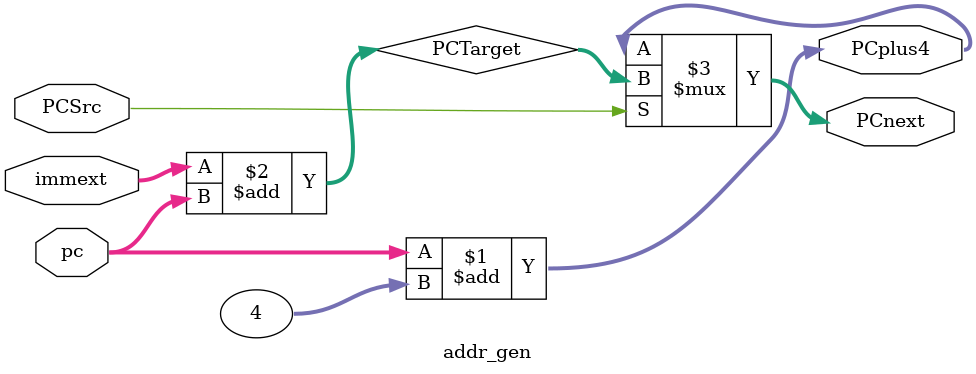
<source format=v>
module addr_gen(output [31:0]PCnext,PCplus4,input PCSrc,input [31:0]immext,pc);
  
  reg [31:0]PCTarget;
  
  assign PCplus4= pc+32'h4;
  assign PCTarget=immext+pc;
  
  assign PCnext = PCSrc ? PCTarget : PCplus4;
  
  
endmodule
</source>
